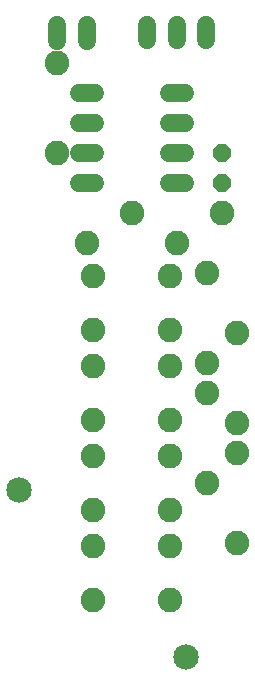
<source format=gbr>
G04 EAGLE Gerber X2 export*
%TF.Part,Single*%
%TF.FileFunction,Soldermask,Bot,1*%
%TF.FilePolarity,Negative*%
%TF.GenerationSoftware,Autodesk,EAGLE,8.7.0*%
%TF.CreationDate,2018-05-23T17:39:28Z*%
G75*
%MOMM*%
%FSLAX34Y34*%
%LPD*%
%AMOC8*
5,1,8,0,0,1.08239X$1,22.5*%
G01*
%ADD10C,1.524000*%
%ADD11C,2.082800*%
%ADD12P,1.649562X8X292.500000*%
%ADD13C,2.153200*%


D10*
X107696Y520700D02*
X120904Y520700D01*
X120904Y495300D02*
X107696Y495300D01*
X107696Y469900D02*
X120904Y469900D01*
X120904Y444500D02*
X107696Y444500D01*
X183896Y444500D02*
X197104Y444500D01*
X197104Y469900D02*
X183896Y469900D01*
X183896Y495300D02*
X197104Y495300D01*
X197104Y520700D02*
X183896Y520700D01*
D11*
X119888Y365506D03*
X184912Y365506D03*
X119888Y320294D03*
X184912Y320294D03*
X119888Y289306D03*
X184912Y289306D03*
X119888Y244094D03*
X184912Y244094D03*
X119888Y213106D03*
X184912Y213106D03*
X119888Y167894D03*
X184912Y167894D03*
X119888Y136906D03*
X184912Y136906D03*
X119888Y91694D03*
X184912Y91694D03*
D10*
X190512Y565162D02*
X190512Y578370D01*
X165512Y578370D02*
X165512Y565162D01*
X215512Y565162D02*
X215512Y578370D01*
X114300Y578104D02*
X114300Y564896D01*
X88900Y564896D02*
X88900Y578104D01*
D11*
X215900Y368300D03*
X215900Y292100D03*
X241300Y241300D03*
X241300Y317500D03*
X215900Y190500D03*
X215900Y266700D03*
X241300Y215900D03*
X241300Y139700D03*
X228600Y419100D03*
X152400Y419100D03*
X114300Y393700D03*
X190500Y393700D03*
X88900Y469900D03*
X88900Y546100D03*
D12*
X228600Y469900D03*
X228600Y444500D03*
D13*
X56671Y184629D03*
X198092Y43208D03*
M02*

</source>
